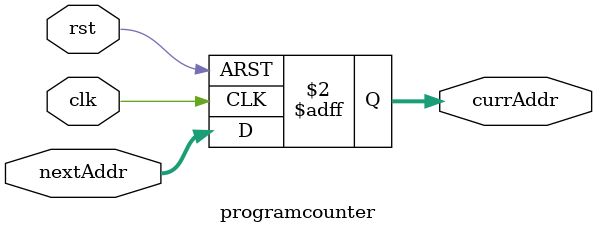
<source format=v>
`timescale 1ns/1ps
module programcounter(input[31:0] nextAddr, input clk, input rst, output reg[31:0] currAddr);
always @(posedge clk or posedge rst)
	begin
		if(rst)
			begin
				currAddr <= -32'd4;
			end
		else
			begin
				currAddr <= nextAddr;
			end
	end
endmodule
</source>
